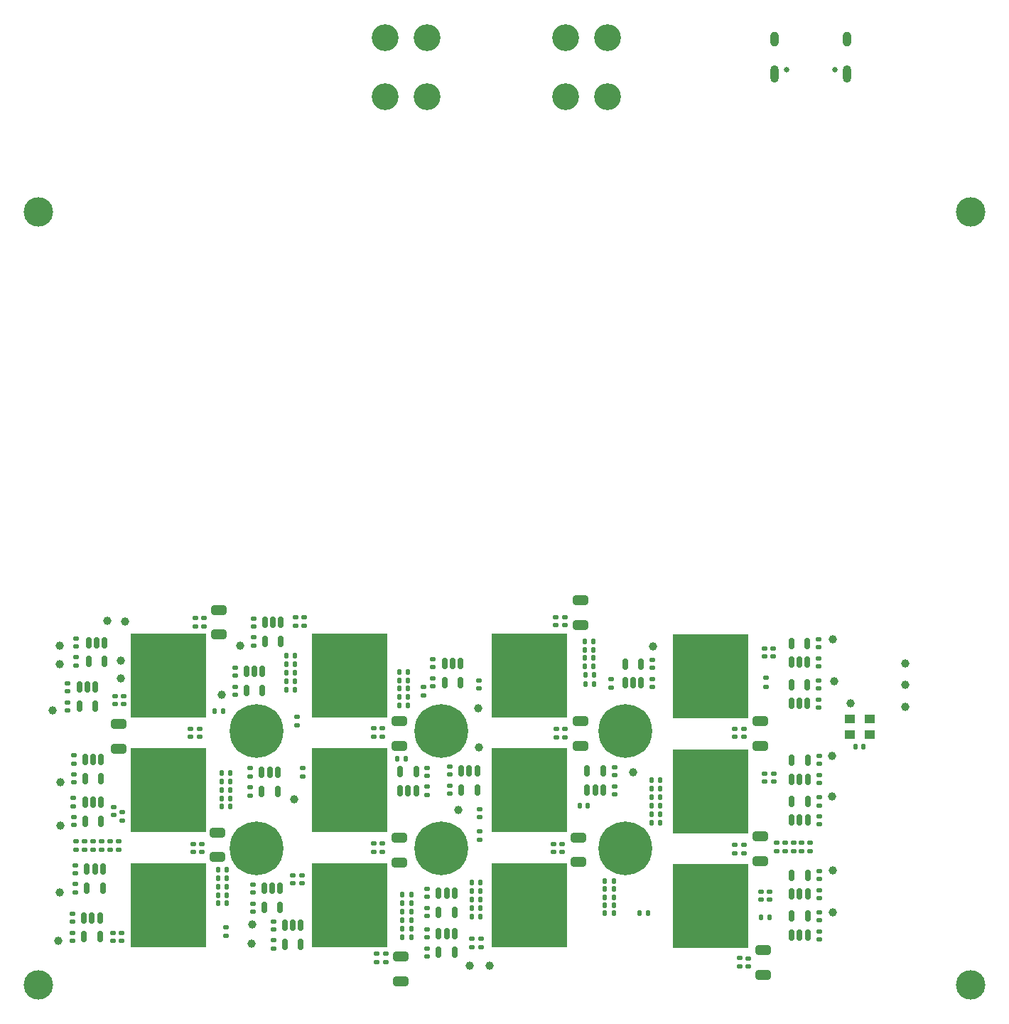
<source format=gbr>
%TF.GenerationSoftware,KiCad,Pcbnew,8.0.5*%
%TF.CreationDate,2024-12-31T14:43:49-08:00*%
%TF.ProjectId,emberone,656d6265-726f-46e6-952e-6b696361645f,rev?*%
%TF.SameCoordinates,Original*%
%TF.FileFunction,Soldermask,Bot*%
%TF.FilePolarity,Negative*%
%FSLAX46Y46*%
G04 Gerber Fmt 4.6, Leading zero omitted, Abs format (unit mm)*
G04 Created by KiCad (PCBNEW 8.0.5) date 2024-12-31 14:43:49*
%MOMM*%
%LPD*%
G01*
G04 APERTURE LIST*
G04 Aperture macros list*
%AMRoundRect*
0 Rectangle with rounded corners*
0 $1 Rounding radius*
0 $2 $3 $4 $5 $6 $7 $8 $9 X,Y pos of 4 corners*
0 Add a 4 corners polygon primitive as box body*
4,1,4,$2,$3,$4,$5,$6,$7,$8,$9,$2,$3,0*
0 Add four circle primitives for the rounded corners*
1,1,$1+$1,$2,$3*
1,1,$1+$1,$4,$5*
1,1,$1+$1,$6,$7*
1,1,$1+$1,$8,$9*
0 Add four rect primitives between the rounded corners*
20,1,$1+$1,$2,$3,$4,$5,0*
20,1,$1+$1,$4,$5,$6,$7,0*
20,1,$1+$1,$6,$7,$8,$9,0*
20,1,$1+$1,$8,$9,$2,$3,0*%
G04 Aperture macros list end*
%ADD10C,0.540000*%
%ADD11R,9.000000X10.000000*%
%ADD12C,6.400000*%
%ADD13C,3.200000*%
%ADD14C,3.500000*%
%ADD15C,0.650000*%
%ADD16O,1.000000X2.100000*%
%ADD17O,1.000000X1.800000*%
%ADD18C,1.000000*%
%ADD19RoundRect,0.140000X-0.170000X0.140000X-0.170000X-0.140000X0.170000X-0.140000X0.170000X0.140000X0*%
%ADD20RoundRect,0.135000X0.135000X0.185000X-0.135000X0.185000X-0.135000X-0.185000X0.135000X-0.185000X0*%
%ADD21RoundRect,0.150000X-0.150000X0.512500X-0.150000X-0.512500X0.150000X-0.512500X0.150000X0.512500X0*%
%ADD22RoundRect,0.140000X0.170000X-0.140000X0.170000X0.140000X-0.170000X0.140000X-0.170000X-0.140000X0*%
%ADD23RoundRect,0.135000X-0.135000X-0.185000X0.135000X-0.185000X0.135000X0.185000X-0.135000X0.185000X0*%
%ADD24RoundRect,0.150000X0.150000X-0.512500X0.150000X0.512500X-0.150000X0.512500X-0.150000X-0.512500X0*%
%ADD25RoundRect,0.135000X-0.185000X0.135000X-0.185000X-0.135000X0.185000X-0.135000X0.185000X0.135000X0*%
%ADD26RoundRect,0.135000X0.185000X-0.135000X0.185000X0.135000X-0.185000X0.135000X-0.185000X-0.135000X0*%
%ADD27RoundRect,0.250000X-0.650000X0.325000X-0.650000X-0.325000X0.650000X-0.325000X0.650000X0.325000X0*%
%ADD28RoundRect,0.250000X0.650000X-0.325000X0.650000X0.325000X-0.650000X0.325000X-0.650000X-0.325000X0*%
%ADD29RoundRect,0.140000X-0.140000X-0.170000X0.140000X-0.170000X0.140000X0.170000X-0.140000X0.170000X0*%
%ADD30R,1.300000X1.100000*%
%ADD31RoundRect,0.140000X0.140000X0.170000X-0.140000X0.170000X-0.140000X-0.170000X0.140000X-0.170000X0*%
G04 APERTURE END LIST*
D10*
%TO.C,U55*%
X162910000Y-174685000D03*
X162908000Y-172815000D03*
X162328000Y-174685000D03*
X162326000Y-172815000D03*
X161746000Y-174685000D03*
X161744000Y-172815000D03*
X161164000Y-174685000D03*
X161162000Y-172815000D03*
X161110000Y-175915000D03*
X161110000Y-175295000D03*
X161110000Y-174061668D03*
X161110000Y-173445002D03*
X161110000Y-172211670D03*
X161110000Y-171595000D03*
X160582000Y-174685000D03*
X160580000Y-172815000D03*
D11*
X160010000Y-174835000D03*
D10*
X160000000Y-174685000D03*
X159998000Y-172815000D03*
X159418000Y-174685000D03*
X159416000Y-172815000D03*
X158890000Y-175305000D03*
X158890000Y-174071668D03*
X158890000Y-173455002D03*
X158890000Y-172221670D03*
X158890000Y-171605000D03*
X158880000Y-175925000D03*
X158836000Y-174685000D03*
X158834000Y-172815000D03*
X158254000Y-174685000D03*
X158252000Y-172815000D03*
X157672000Y-174685000D03*
X157670000Y-172815000D03*
X157090000Y-174685000D03*
X157088000Y-172815000D03*
%TD*%
%TO.C,U65*%
X178580000Y-188675000D03*
X178582000Y-190545000D03*
X179162000Y-188675000D03*
X179164000Y-190545000D03*
X179744000Y-188675000D03*
X179746000Y-190545000D03*
X180326000Y-188675000D03*
X180328000Y-190545000D03*
X180380000Y-187445000D03*
X180380000Y-188065000D03*
X180380000Y-189298332D03*
X180380000Y-189914998D03*
X180380000Y-191148330D03*
X180380000Y-191765000D03*
X180908000Y-188675000D03*
X180910000Y-190545000D03*
D11*
X181480000Y-188525000D03*
D10*
X181490000Y-188675000D03*
X181492000Y-190545000D03*
X182072000Y-188675000D03*
X182074000Y-190545000D03*
X182600000Y-188055000D03*
X182600000Y-189288332D03*
X182600000Y-189904998D03*
X182600000Y-191138330D03*
X182600000Y-191755000D03*
X182610000Y-187435000D03*
X182654000Y-188675000D03*
X182656000Y-190545000D03*
X183236000Y-188675000D03*
X183238000Y-190545000D03*
X183818000Y-188675000D03*
X183820000Y-190545000D03*
X184400000Y-188675000D03*
X184402000Y-190545000D03*
%TD*%
%TO.C,U47*%
X135540000Y-188645000D03*
X135542000Y-190515000D03*
X136122000Y-188645000D03*
X136124000Y-190515000D03*
X136704000Y-188645000D03*
X136706000Y-190515000D03*
X137286000Y-188645000D03*
X137288000Y-190515000D03*
X137340000Y-187415000D03*
X137340000Y-188035000D03*
X137340000Y-189268332D03*
X137340000Y-189884998D03*
X137340000Y-191118330D03*
X137340000Y-191735000D03*
X137868000Y-188645000D03*
X137870000Y-190515000D03*
D11*
X138440000Y-188495000D03*
D10*
X138450000Y-188645000D03*
X138452000Y-190515000D03*
X139032000Y-188645000D03*
X139034000Y-190515000D03*
X139560000Y-188025000D03*
X139560000Y-189258332D03*
X139560000Y-189874998D03*
X139560000Y-191108330D03*
X139560000Y-191725000D03*
X139570000Y-187405000D03*
X139614000Y-188645000D03*
X139616000Y-190515000D03*
X140196000Y-188645000D03*
X140198000Y-190515000D03*
X140778000Y-188645000D03*
X140780000Y-190515000D03*
X141360000Y-188645000D03*
X141362000Y-190515000D03*
%TD*%
%TO.C,U74*%
X205970000Y-161095000D03*
X205968000Y-159225000D03*
X205388000Y-161095000D03*
X205386000Y-159225000D03*
X204806000Y-161095000D03*
X204804000Y-159225000D03*
X204224000Y-161095000D03*
X204222000Y-159225000D03*
X204170000Y-162325000D03*
X204170000Y-161705000D03*
X204170000Y-160471668D03*
X204170000Y-159855002D03*
X204170000Y-158621670D03*
X204170000Y-158005000D03*
X203642000Y-161095000D03*
X203640000Y-159225000D03*
D11*
X203070000Y-161245000D03*
D10*
X203060000Y-161095000D03*
X203058000Y-159225000D03*
X202478000Y-161095000D03*
X202476000Y-159225000D03*
X201950000Y-161715000D03*
X201950000Y-160481668D03*
X201950000Y-159865002D03*
X201950000Y-158631670D03*
X201950000Y-158015000D03*
X201940000Y-162335000D03*
X201896000Y-161095000D03*
X201894000Y-159225000D03*
X201314000Y-161095000D03*
X201312000Y-159225000D03*
X200732000Y-161095000D03*
X200730000Y-159225000D03*
X200150000Y-161095000D03*
X200148000Y-159225000D03*
%TD*%
%TO.C,U54*%
X162910000Y-188355000D03*
X162908000Y-186485000D03*
X162328000Y-188355000D03*
X162326000Y-186485000D03*
X161746000Y-188355000D03*
X161744000Y-186485000D03*
X161164000Y-188355000D03*
X161162000Y-186485000D03*
X161110000Y-189585000D03*
X161110000Y-188965000D03*
X161110000Y-187731668D03*
X161110000Y-187115002D03*
X161110000Y-185881670D03*
X161110000Y-185265000D03*
X160582000Y-188355000D03*
X160580000Y-186485000D03*
D11*
X160010000Y-188505000D03*
D10*
X160000000Y-188355000D03*
X159998000Y-186485000D03*
X159418000Y-188355000D03*
X159416000Y-186485000D03*
X158890000Y-188975000D03*
X158890000Y-187741668D03*
X158890000Y-187125002D03*
X158890000Y-185891670D03*
X158890000Y-185275000D03*
X158880000Y-189595000D03*
X158836000Y-188355000D03*
X158834000Y-186485000D03*
X158254000Y-188355000D03*
X158252000Y-186485000D03*
X157672000Y-188355000D03*
X157670000Y-186485000D03*
X157090000Y-188355000D03*
X157088000Y-186485000D03*
%TD*%
%TO.C,U46*%
X135540000Y-174965000D03*
X135542000Y-176835000D03*
X136122000Y-174965000D03*
X136124000Y-176835000D03*
X136704000Y-174965000D03*
X136706000Y-176835000D03*
X137286000Y-174965000D03*
X137288000Y-176835000D03*
X137340000Y-173735000D03*
X137340000Y-174355000D03*
X137340000Y-175588332D03*
X137340000Y-176204998D03*
X137340000Y-177438330D03*
X137340000Y-178055000D03*
X137868000Y-174965000D03*
X137870000Y-176835000D03*
D11*
X138440000Y-174815000D03*
D10*
X138450000Y-174965000D03*
X138452000Y-176835000D03*
X139032000Y-174965000D03*
X139034000Y-176835000D03*
X139560000Y-174345000D03*
X139560000Y-175578332D03*
X139560000Y-176194998D03*
X139560000Y-177428330D03*
X139560000Y-178045000D03*
X139570000Y-173725000D03*
X139614000Y-174965000D03*
X139616000Y-176835000D03*
X140196000Y-174965000D03*
X140198000Y-176835000D03*
X140778000Y-174965000D03*
X140780000Y-176835000D03*
X141360000Y-174965000D03*
X141362000Y-176835000D03*
%TD*%
%TO.C,U45*%
X135540000Y-161275000D03*
X135542000Y-163145000D03*
X136122000Y-161275000D03*
X136124000Y-163145000D03*
X136704000Y-161275000D03*
X136706000Y-163145000D03*
X137286000Y-161275000D03*
X137288000Y-163145000D03*
X137340000Y-160045000D03*
X137340000Y-160665000D03*
X137340000Y-161898332D03*
X137340000Y-162514998D03*
X137340000Y-163748330D03*
X137340000Y-164365000D03*
X137868000Y-161275000D03*
X137870000Y-163145000D03*
D11*
X138440000Y-161125000D03*
D10*
X138450000Y-161275000D03*
X138452000Y-163145000D03*
X139032000Y-161275000D03*
X139034000Y-163145000D03*
X139560000Y-160655000D03*
X139560000Y-161888332D03*
X139560000Y-162504998D03*
X139560000Y-163738330D03*
X139560000Y-164355000D03*
X139570000Y-160035000D03*
X139614000Y-161275000D03*
X139616000Y-163145000D03*
X140196000Y-161275000D03*
X140198000Y-163145000D03*
X140778000Y-161275000D03*
X140780000Y-163145000D03*
X141360000Y-161275000D03*
X141362000Y-163145000D03*
%TD*%
%TO.C,U72*%
X205970000Y-188465000D03*
X205968000Y-186595000D03*
X205388000Y-188465000D03*
X205386000Y-186595000D03*
X204806000Y-188465000D03*
X204804000Y-186595000D03*
X204224000Y-188465000D03*
X204222000Y-186595000D03*
X204170000Y-189695000D03*
X204170000Y-189075000D03*
X204170000Y-187841668D03*
X204170000Y-187225002D03*
X204170000Y-185991670D03*
X204170000Y-185375000D03*
X203642000Y-188465000D03*
X203640000Y-186595000D03*
D11*
X203070000Y-188615000D03*
D10*
X203060000Y-188465000D03*
X203058000Y-186595000D03*
X202478000Y-188465000D03*
X202476000Y-186595000D03*
X201950000Y-189085000D03*
X201950000Y-187851668D03*
X201950000Y-187235002D03*
X201950000Y-186001670D03*
X201950000Y-185385000D03*
X201940000Y-189705000D03*
X201896000Y-188465000D03*
X201894000Y-186595000D03*
X201314000Y-188465000D03*
X201312000Y-186595000D03*
X200732000Y-188465000D03*
X200730000Y-186595000D03*
X200150000Y-188465000D03*
X200148000Y-186595000D03*
%TD*%
%TO.C,U63*%
X178580000Y-161305000D03*
X178582000Y-163175000D03*
X179162000Y-161305000D03*
X179164000Y-163175000D03*
X179744000Y-161305000D03*
X179746000Y-163175000D03*
X180326000Y-161305000D03*
X180328000Y-163175000D03*
X180380000Y-160075000D03*
X180380000Y-160695000D03*
X180380000Y-161928332D03*
X180380000Y-162544998D03*
X180380000Y-163778330D03*
X180380000Y-164395000D03*
X180908000Y-161305000D03*
X180910000Y-163175000D03*
D11*
X181480000Y-161155000D03*
D10*
X181490000Y-161305000D03*
X181492000Y-163175000D03*
X182072000Y-161305000D03*
X182074000Y-163175000D03*
X182600000Y-160685000D03*
X182600000Y-161918332D03*
X182600000Y-162534998D03*
X182600000Y-163768330D03*
X182600000Y-164385000D03*
X182610000Y-160065000D03*
X182654000Y-161305000D03*
X182656000Y-163175000D03*
X183236000Y-161305000D03*
X183238000Y-163175000D03*
X183818000Y-161305000D03*
X183820000Y-163175000D03*
X184400000Y-161305000D03*
X184402000Y-163175000D03*
%TD*%
%TO.C,U64*%
X178580000Y-174985000D03*
X178582000Y-176855000D03*
X179162000Y-174985000D03*
X179164000Y-176855000D03*
X179744000Y-174985000D03*
X179746000Y-176855000D03*
X180326000Y-174985000D03*
X180328000Y-176855000D03*
X180380000Y-173755000D03*
X180380000Y-174375000D03*
X180380000Y-175608332D03*
X180380000Y-176224998D03*
X180380000Y-177458330D03*
X180380000Y-178075000D03*
X180908000Y-174985000D03*
X180910000Y-176855000D03*
D11*
X181480000Y-174835000D03*
D10*
X181490000Y-174985000D03*
X181492000Y-176855000D03*
X182072000Y-174985000D03*
X182074000Y-176855000D03*
X182600000Y-174365000D03*
X182600000Y-175598332D03*
X182600000Y-176214998D03*
X182600000Y-177448330D03*
X182600000Y-178065000D03*
X182610000Y-173745000D03*
X182654000Y-174985000D03*
X182656000Y-176855000D03*
X183236000Y-174985000D03*
X183238000Y-176855000D03*
X183818000Y-174985000D03*
X183820000Y-176855000D03*
X184400000Y-174985000D03*
X184402000Y-176855000D03*
%TD*%
%TO.C,U73*%
X205970000Y-174775000D03*
X205968000Y-172905000D03*
X205388000Y-174775000D03*
X205386000Y-172905000D03*
X204806000Y-174775000D03*
X204804000Y-172905000D03*
X204224000Y-174775000D03*
X204222000Y-172905000D03*
X204170000Y-176005000D03*
X204170000Y-175385000D03*
X204170000Y-174151668D03*
X204170000Y-173535002D03*
X204170000Y-172301670D03*
X204170000Y-171685000D03*
X203642000Y-174775000D03*
X203640000Y-172905000D03*
D11*
X203070000Y-174925000D03*
D10*
X203060000Y-174775000D03*
X203058000Y-172905000D03*
X202478000Y-174775000D03*
X202476000Y-172905000D03*
X201950000Y-175395000D03*
X201950000Y-174161668D03*
X201950000Y-173545002D03*
X201950000Y-172311670D03*
X201950000Y-171695000D03*
X201940000Y-176015000D03*
X201896000Y-174775000D03*
X201894000Y-172905000D03*
X201314000Y-174775000D03*
X201312000Y-172905000D03*
X200732000Y-174775000D03*
X200730000Y-172905000D03*
X200150000Y-174775000D03*
X200148000Y-172905000D03*
%TD*%
%TO.C,U56*%
X162930000Y-161005000D03*
X162928000Y-159135000D03*
X162348000Y-161005000D03*
X162346000Y-159135000D03*
X161766000Y-161005000D03*
X161764000Y-159135000D03*
X161184000Y-161005000D03*
X161182000Y-159135000D03*
X161130000Y-162235000D03*
X161130000Y-161615000D03*
X161130000Y-160381668D03*
X161130000Y-159765002D03*
X161130000Y-158531670D03*
X161130000Y-157915000D03*
X160602000Y-161005000D03*
X160600000Y-159135000D03*
D11*
X160030000Y-161155000D03*
D10*
X160020000Y-161005000D03*
X160018000Y-159135000D03*
X159438000Y-161005000D03*
X159436000Y-159135000D03*
X158910000Y-161625000D03*
X158910000Y-160391668D03*
X158910000Y-159775002D03*
X158910000Y-158541670D03*
X158910000Y-157925000D03*
X158900000Y-162245000D03*
X158856000Y-161005000D03*
X158854000Y-159135000D03*
X158274000Y-161005000D03*
X158272000Y-159135000D03*
X157692000Y-161005000D03*
X157690000Y-159135000D03*
X157110000Y-161005000D03*
X157108000Y-159135000D03*
%TD*%
D12*
%TO.C,H6*%
X192930000Y-181770000D03*
%TD*%
%TO.C,H8*%
X170930000Y-181770000D03*
%TD*%
D13*
%TO.C,J1*%
X164295549Y-85250000D03*
X164295549Y-92250000D03*
X169295549Y-85250000D03*
X169295549Y-92250000D03*
%TD*%
D12*
%TO.C,H5*%
X192930000Y-167770000D03*
%TD*%
D14*
%TO.C,H2*%
X234000000Y-106000000D03*
%TD*%
D15*
%TO.C,J6*%
X217870000Y-89035000D03*
X212090000Y-89035000D03*
D16*
X219300000Y-89535000D03*
D17*
X219300000Y-85355000D03*
D16*
X210660000Y-89535000D03*
D17*
X210660000Y-85355000D03*
%TD*%
D12*
%TO.C,H10*%
X148930000Y-181770000D03*
%TD*%
%TO.C,H7*%
X170930000Y-167770000D03*
%TD*%
D14*
%TO.C,H1*%
X123000000Y-198000000D03*
%TD*%
%TO.C,H4*%
X123000000Y-106000000D03*
%TD*%
D13*
%TO.C,J2*%
X185805549Y-85250000D03*
X185805549Y-92250000D03*
X190805549Y-85250000D03*
X190805549Y-92250000D03*
%TD*%
D12*
%TO.C,H9*%
X148930000Y-167770000D03*
%TD*%
D14*
%TO.C,H3*%
X234000000Y-198000000D03*
%TD*%
D18*
%TO.C,TP95*%
X133260000Y-154710000D03*
%TD*%
D19*
%TO.C,C118*%
X127440000Y-156730000D03*
X127440000Y-157690000D03*
%TD*%
D20*
%TO.C,R129*%
X197060000Y-174630000D03*
X196040000Y-174630000D03*
%TD*%
D21*
%TO.C,U28*%
X127870000Y-162530000D03*
X128820000Y-162530000D03*
X129770000Y-162530000D03*
X129770000Y-164805000D03*
X127870000Y-164805000D03*
%TD*%
D22*
%TO.C,C159*%
X132130000Y-164550000D03*
X132130000Y-163590000D03*
%TD*%
D19*
%TO.C,C215*%
X169272500Y-186550000D03*
X169272500Y-187510000D03*
%TD*%
D22*
%TO.C,C275*%
X205900000Y-168470000D03*
X205900000Y-167510000D03*
%TD*%
D18*
%TO.C,TP124*%
X175360000Y-165050000D03*
%TD*%
%TO.C,TP104*%
X175460000Y-169690000D03*
%TD*%
D23*
%TO.C,R97*%
X152520000Y-160828000D03*
X153540000Y-160828000D03*
%TD*%
D20*
%TO.C,R12*%
X191500000Y-185640000D03*
X190480000Y-185640000D03*
%TD*%
D23*
%TO.C,R115*%
X188100000Y-159086000D03*
X189120000Y-159086000D03*
%TD*%
D20*
%TO.C,R15*%
X191500000Y-188520000D03*
X190480000Y-188520000D03*
%TD*%
D24*
%TO.C,U52*%
X167970000Y-174885000D03*
X167020000Y-174885000D03*
X166070000Y-174885000D03*
X166070000Y-172610000D03*
X167970000Y-172610000D03*
%TD*%
D19*
%TO.C,C242*%
X185360000Y-181220000D03*
X185360000Y-182180000D03*
%TD*%
%TO.C,C236*%
X184330000Y-181220000D03*
X184330000Y-182180000D03*
%TD*%
D22*
%TO.C,C191*%
X146392500Y-163440000D03*
X146392500Y-162480000D03*
%TD*%
D23*
%TO.C,R119*%
X188100000Y-157070000D03*
X189120000Y-157070000D03*
%TD*%
D19*
%TO.C,C257*%
X215897500Y-156822500D03*
X215897500Y-157782500D03*
%TD*%
D24*
%TO.C,U68*%
X214580000Y-164500000D03*
X213630000Y-164500000D03*
X212680000Y-164500000D03*
X212680000Y-162225000D03*
X214580000Y-162225000D03*
%TD*%
D23*
%TO.C,R117*%
X188100000Y-158078000D03*
X189120000Y-158078000D03*
%TD*%
D19*
%TO.C,C240*%
X185674000Y-154234000D03*
X185674000Y-155194000D03*
%TD*%
D22*
%TO.C,C183*%
X148490000Y-189290000D03*
X148490000Y-188330000D03*
%TD*%
D23*
%TO.C,R89*%
X166350000Y-190266000D03*
X167370000Y-190266000D03*
%TD*%
D22*
%TO.C,C196*%
X154480000Y-173170000D03*
X154480000Y-172210000D03*
%TD*%
%TO.C,C218*%
X169292500Y-189810000D03*
X169292500Y-188850000D03*
%TD*%
D19*
%TO.C,C228*%
X191242500Y-161605000D03*
X191242500Y-162565000D03*
%TD*%
D18*
%TO.C,TP100*%
X148475000Y-190800000D03*
%TD*%
D24*
%TO.C,U70*%
X214620000Y-173490000D03*
X213670000Y-173490000D03*
X212720000Y-173490000D03*
X212720000Y-171215000D03*
X214620000Y-171215000D03*
%TD*%
D19*
%TO.C,C120*%
X127390000Y-183740000D03*
X127390000Y-184700000D03*
%TD*%
%TO.C,C258*%
X210120000Y-186870000D03*
X210120000Y-187830000D03*
%TD*%
D21*
%TO.C,U42*%
X128540000Y-171155000D03*
X129490000Y-171155000D03*
X130440000Y-171155000D03*
X130440000Y-173430000D03*
X128540000Y-173430000D03*
%TD*%
%TO.C,U48*%
X149847500Y-186510000D03*
X150797500Y-186510000D03*
X151747500Y-186510000D03*
X151747500Y-188785000D03*
X149847500Y-188785000D03*
%TD*%
D18*
%TO.C,TP146*%
X217525000Y-170700000D03*
%TD*%
D20*
%TO.C,R133*%
X197060000Y-178662000D03*
X196040000Y-178662000D03*
%TD*%
D23*
%TO.C,R17*%
X194590000Y-189475000D03*
X195610000Y-189475000D03*
%TD*%
%TO.C,R88*%
X166350000Y-191284000D03*
X167370000Y-191284000D03*
%TD*%
D19*
%TO.C,C112*%
X127147500Y-175770000D03*
X127147500Y-176730000D03*
%TD*%
D18*
%TO.C,TP55*%
X125580000Y-173890000D03*
%TD*%
D19*
%TO.C,C263*%
X209520000Y-157920000D03*
X209520000Y-158880000D03*
%TD*%
%TO.C,C176*%
X142440000Y-181200000D03*
X142440000Y-182160000D03*
%TD*%
D25*
%TO.C,R58*%
X128488000Y-180870000D03*
X128488000Y-181890000D03*
%TD*%
D22*
%TO.C,C192*%
X154410000Y-185900000D03*
X154410000Y-184940000D03*
%TD*%
D19*
%TO.C,C174*%
X141630000Y-154340000D03*
X141630000Y-155300000D03*
%TD*%
%TO.C,C181*%
X148190000Y-172215000D03*
X148190000Y-173175000D03*
%TD*%
D22*
%TO.C,C248*%
X215937500Y-164982500D03*
X215937500Y-164022500D03*
%TD*%
D19*
%TO.C,C261*%
X209070000Y-186870000D03*
X209070000Y-187830000D03*
%TD*%
D22*
%TO.C,C246*%
X216017500Y-192602500D03*
X216017500Y-191642500D03*
%TD*%
D20*
%TO.C,R120*%
X166960000Y-160720000D03*
X165940000Y-160720000D03*
%TD*%
%TO.C,R63*%
X145810000Y-172760000D03*
X144790000Y-172760000D03*
%TD*%
%TO.C,R83*%
X145810000Y-176784000D03*
X144790000Y-176784000D03*
%TD*%
D18*
%TO.C,TP51*%
X124650000Y-165275000D03*
%TD*%
D22*
%TO.C,C227*%
X174600000Y-193470000D03*
X174600000Y-192510000D03*
%TD*%
D24*
%TO.C,U67*%
X214620000Y-178390000D03*
X213670000Y-178390000D03*
X212720000Y-178390000D03*
X212720000Y-176115000D03*
X214620000Y-176115000D03*
%TD*%
D21*
%TO.C,U50*%
X149970000Y-154835000D03*
X150920000Y-154835000D03*
X151870000Y-154835000D03*
X151870000Y-157110000D03*
X149970000Y-157110000D03*
%TD*%
D22*
%TO.C,C201*%
X164338000Y-194310000D03*
X164338000Y-195270000D03*
%TD*%
%TO.C,C224*%
X169272500Y-194620000D03*
X169272500Y-193660000D03*
%TD*%
D18*
%TO.C,TP54*%
X125476000Y-159820000D03*
%TD*%
D26*
%TO.C,R122*%
X168820000Y-163530000D03*
X168820000Y-162510000D03*
%TD*%
D27*
%TO.C,C177*%
X144440000Y-153345000D03*
X144440000Y-156295000D03*
%TD*%
D26*
%TO.C,R125*%
X213922000Y-182110000D03*
X213922000Y-181090000D03*
%TD*%
D21*
%TO.C,U58*%
X173350000Y-172500000D03*
X174300000Y-172500000D03*
X175250000Y-172500000D03*
X175250000Y-174775000D03*
X173350000Y-174775000D03*
%TD*%
D18*
%TO.C,TP7*%
X226220000Y-162260000D03*
%TD*%
D28*
%TO.C,C212*%
X165980000Y-169535000D03*
X165980000Y-166585000D03*
%TD*%
D20*
%TO.C,R131*%
X197060000Y-176646000D03*
X196040000Y-176646000D03*
%TD*%
D18*
%TO.C,TP53*%
X125300000Y-192775000D03*
%TD*%
D25*
%TO.C,R104*%
X145350000Y-191115000D03*
X145350000Y-192135000D03*
%TD*%
D21*
%TO.C,U32*%
X128960000Y-157230000D03*
X129910000Y-157230000D03*
X130860000Y-157230000D03*
X130860000Y-159505000D03*
X128960000Y-159505000D03*
%TD*%
D19*
%TO.C,C113*%
X127030000Y-189520000D03*
X127030000Y-190480000D03*
%TD*%
D18*
%TO.C,TP123*%
X176750000Y-195670000D03*
%TD*%
D22*
%TO.C,C189*%
X150970000Y-193650000D03*
X150970000Y-192690000D03*
%TD*%
D19*
%TO.C,C234*%
X184589000Y-154234000D03*
X184589000Y-155194000D03*
%TD*%
D18*
%TO.C,TP143*%
X217570000Y-175530000D03*
%TD*%
D19*
%TO.C,C223*%
X191598749Y-173023749D03*
X191598749Y-172063749D03*
%TD*%
D22*
%TO.C,C185*%
X148632500Y-157595000D03*
X148632500Y-156635000D03*
%TD*%
D19*
%TO.C,C251*%
X215917500Y-161752500D03*
X215917500Y-162712500D03*
%TD*%
D24*
%TO.C,U57*%
X194752500Y-162050000D03*
X193802500Y-162050000D03*
X192852500Y-162050000D03*
X192852500Y-159775000D03*
X194752500Y-159775000D03*
%TD*%
D20*
%TO.C,R123*%
X210110000Y-189950000D03*
X209090000Y-189950000D03*
%TD*%
D28*
%TO.C,C278*%
X208950000Y-169515000D03*
X208950000Y-166565000D03*
%TD*%
D26*
%TO.C,R126*%
X212918000Y-182110000D03*
X212918000Y-181090000D03*
%TD*%
D23*
%TO.C,R108*%
X174630000Y-187828000D03*
X175650000Y-187828000D03*
%TD*%
D22*
%TO.C,C229*%
X175510000Y-178050000D03*
X175510000Y-177090000D03*
%TD*%
D23*
%TO.C,R121*%
X188110000Y-162142000D03*
X189130000Y-162142000D03*
%TD*%
D22*
%TO.C,C157*%
X127400000Y-186955000D03*
X127400000Y-185995000D03*
%TD*%
D18*
%TO.C,TP52*%
X125550000Y-179040000D03*
%TD*%
%TO.C,TP103*%
X148375000Y-193050000D03*
%TD*%
D20*
%TO.C,R85*%
X145010000Y-165375000D03*
X143990000Y-165375000D03*
%TD*%
%TO.C,R79*%
X145810000Y-175778000D03*
X144790000Y-175778000D03*
%TD*%
D19*
%TO.C,C219*%
X169980000Y-159230000D03*
X169980000Y-160190000D03*
%TD*%
D22*
%TO.C,C116*%
X127167500Y-178970000D03*
X127167500Y-178010000D03*
%TD*%
D19*
%TO.C,C188*%
X146402500Y-160200000D03*
X146402500Y-161160000D03*
%TD*%
%TO.C,C170*%
X141395000Y-181200000D03*
X141395000Y-182160000D03*
%TD*%
D23*
%TO.C,R90*%
X166350000Y-189248000D03*
X167370000Y-189248000D03*
%TD*%
D21*
%TO.C,U51*%
X152337500Y-190925000D03*
X153287500Y-190925000D03*
X154237500Y-190925000D03*
X154237500Y-193200000D03*
X152337500Y-193200000D03*
%TD*%
D26*
%TO.C,R127*%
X211914000Y-182110000D03*
X211914000Y-181090000D03*
%TD*%
%TO.C,R18*%
X209680000Y-162480000D03*
X209680000Y-161460000D03*
%TD*%
D22*
%TO.C,C184*%
X148190000Y-175435000D03*
X148190000Y-174475000D03*
%TD*%
%TO.C,C187*%
X169290000Y-175370000D03*
X169290000Y-174410000D03*
%TD*%
%TO.C,C208*%
X162880000Y-182130000D03*
X162880000Y-181170000D03*
%TD*%
D18*
%TO.C,TP9*%
X226240000Y-159690000D03*
%TD*%
D25*
%TO.C,R59*%
X129492000Y-180870000D03*
X129492000Y-181890000D03*
%TD*%
D26*
%TO.C,R128*%
X210910000Y-182110000D03*
X210910000Y-181090000D03*
%TD*%
D24*
%TO.C,U66*%
X214620000Y-192100000D03*
X213670000Y-192100000D03*
X212720000Y-192100000D03*
X212720000Y-189825000D03*
X214620000Y-189825000D03*
%TD*%
D21*
%TO.C,U62*%
X170650000Y-191865000D03*
X171600000Y-191865000D03*
X172550000Y-191865000D03*
X172550000Y-194140000D03*
X170650000Y-194140000D03*
%TD*%
D22*
%TO.C,C207*%
X163268000Y-194310000D03*
X163268000Y-195270000D03*
%TD*%
%TO.C,C220*%
X191618749Y-174343749D03*
X191618749Y-175303749D03*
%TD*%
D23*
%TO.C,R113*%
X188100000Y-160094000D03*
X189120000Y-160094000D03*
%TD*%
D22*
%TO.C,C164*%
X132900000Y-192755000D03*
X132900000Y-191795000D03*
%TD*%
%TO.C,C195*%
X153300000Y-185900000D03*
X153300000Y-184940000D03*
%TD*%
D18*
%TO.C,TP101*%
X153470000Y-175880000D03*
%TD*%
D21*
%TO.C,U59*%
X170650000Y-187060000D03*
X171600000Y-187060000D03*
X172550000Y-187060000D03*
X172550000Y-189335000D03*
X170650000Y-189335000D03*
%TD*%
D22*
%TO.C,C197*%
X154600000Y-155220000D03*
X154600000Y-154260000D03*
%TD*%
%TO.C,C194*%
X153610000Y-155220000D03*
X153610000Y-154260000D03*
%TD*%
D18*
%TO.C,TP97*%
X132760000Y-159420000D03*
%TD*%
D22*
%TO.C,C268*%
X207020000Y-182310000D03*
X207020000Y-181350000D03*
%TD*%
D20*
%TO.C,R75*%
X145810000Y-174772000D03*
X144790000Y-174772000D03*
%TD*%
%TO.C,R130*%
X197060000Y-175638000D03*
X196040000Y-175638000D03*
%TD*%
D21*
%TO.C,U30*%
X128390000Y-190005000D03*
X129340000Y-190005000D03*
X130290000Y-190005000D03*
X130290000Y-192280000D03*
X128390000Y-192280000D03*
%TD*%
%TO.C,U60*%
X171347500Y-159715000D03*
X172297500Y-159715000D03*
X173247500Y-159715000D03*
X173247500Y-161990000D03*
X171347500Y-161990000D03*
%TD*%
D23*
%TO.C,R99*%
X152520000Y-159814000D03*
X153540000Y-159814000D03*
%TD*%
D19*
%TO.C,C221*%
X169292500Y-191360000D03*
X169292500Y-192320000D03*
%TD*%
D20*
%TO.C,R114*%
X166960000Y-163740000D03*
X165940000Y-163740000D03*
%TD*%
D18*
%TO.C,TP121*%
X196200000Y-157690000D03*
%TD*%
D20*
%TO.C,R16*%
X191500000Y-189480000D03*
X190480000Y-189480000D03*
%TD*%
%TO.C,R112*%
X166960000Y-164750000D03*
X165940000Y-164750000D03*
%TD*%
D23*
%TO.C,R91*%
X166350000Y-188230000D03*
X167370000Y-188230000D03*
%TD*%
D20*
%TO.C,R65*%
X145810000Y-173766000D03*
X144790000Y-173766000D03*
%TD*%
%TO.C,R118*%
X166960000Y-161720000D03*
X165940000Y-161720000D03*
%TD*%
D25*
%TO.C,R103*%
X153760000Y-166100000D03*
X153760000Y-167120000D03*
%TD*%
D22*
%TO.C,C202*%
X163970000Y-182130000D03*
X163970000Y-181170000D03*
%TD*%
D18*
%TO.C,TP122*%
X173010000Y-177130000D03*
%TD*%
D22*
%TO.C,C213*%
X196120000Y-162530000D03*
X196120000Y-161570000D03*
%TD*%
D27*
%TO.C,C244*%
X187580000Y-166575000D03*
X187580000Y-169525000D03*
%TD*%
D19*
%TO.C,C186*%
X150980000Y-190430000D03*
X150980000Y-191390000D03*
%TD*%
%TO.C,C190*%
X169290000Y-172140000D03*
X169290000Y-173100000D03*
%TD*%
D25*
%TO.C,R60*%
X130496000Y-180870000D03*
X130496000Y-181890000D03*
%TD*%
D19*
%TO.C,C241*%
X184700000Y-167540000D03*
X184700000Y-168500000D03*
%TD*%
D22*
%TO.C,C225*%
X175410000Y-162680000D03*
X175410000Y-161720000D03*
%TD*%
%TO.C,C209*%
X162880000Y-168410000D03*
X162880000Y-167450000D03*
%TD*%
D18*
%TO.C,TP102*%
X147040000Y-157590000D03*
%TD*%
D21*
%TO.C,U43*%
X128750000Y-184215000D03*
X129700000Y-184215000D03*
X130650000Y-184215000D03*
X130650000Y-186490000D03*
X128750000Y-186490000D03*
%TD*%
D29*
%TO.C,C23*%
X220338410Y-169666590D03*
X221298410Y-169666590D03*
%TD*%
D18*
%TO.C,TP142*%
X217630000Y-189330000D03*
%TD*%
D19*
%TO.C,C249*%
X215997500Y-189372500D03*
X215997500Y-190332500D03*
%TD*%
D22*
%TO.C,C161*%
X131820000Y-192755000D03*
X131820000Y-191795000D03*
%TD*%
D19*
%TO.C,C255*%
X216017500Y-184452500D03*
X216017500Y-185412500D03*
%TD*%
D30*
%TO.C,U5*%
X221980000Y-168210000D03*
X219680000Y-168210000D03*
X219680000Y-166310000D03*
X221980000Y-166310000D03*
%TD*%
D23*
%TO.C,R92*%
X166350000Y-187212000D03*
X167370000Y-187212000D03*
%TD*%
D19*
%TO.C,C235*%
X185730000Y-167550000D03*
X185730000Y-168510000D03*
%TD*%
D22*
%TO.C,C269*%
X207005000Y-168470000D03*
X207005000Y-167510000D03*
%TD*%
D18*
%TO.C,TP98*%
X132740000Y-161490000D03*
%TD*%
D23*
%TO.C,R101*%
X152520000Y-158800000D03*
X153540000Y-158800000D03*
%TD*%
D20*
%TO.C,R98*%
X145390000Y-186294000D03*
X144370000Y-186294000D03*
%TD*%
D19*
%TO.C,C180*%
X148490000Y-186030000D03*
X148490000Y-186990000D03*
%TD*%
%TO.C,C250*%
X216000000Y-175682500D03*
X216000000Y-176642500D03*
%TD*%
D18*
%TO.C,TP147*%
X217625000Y-156850000D03*
%TD*%
D24*
%TO.C,U61*%
X190258749Y-172553749D03*
X188358749Y-172553749D03*
X188358749Y-174828749D03*
X189308749Y-174828749D03*
X190258749Y-174828749D03*
%TD*%
D28*
%TO.C,C276*%
X209312000Y-196778000D03*
X209312000Y-193828000D03*
%TD*%
D22*
%TO.C,C253*%
X215980000Y-173952500D03*
X215980000Y-172992500D03*
%TD*%
D25*
%TO.C,R57*%
X127484000Y-180870000D03*
X127484000Y-181890000D03*
%TD*%
D23*
%TO.C,R106*%
X174630000Y-189832000D03*
X175650000Y-189832000D03*
%TD*%
D20*
%TO.C,R96*%
X145390000Y-185292000D03*
X144370000Y-185292000D03*
%TD*%
D19*
%TO.C,C111*%
X126440000Y-162095000D03*
X126440000Y-163055000D03*
%TD*%
D22*
%TO.C,C163*%
X132930000Y-178400000D03*
X132930000Y-177440000D03*
%TD*%
D19*
%TO.C,C175*%
X142140000Y-168450000D03*
X142140000Y-167490000D03*
%TD*%
%TO.C,C119*%
X127210000Y-170670000D03*
X127210000Y-171630000D03*
%TD*%
D28*
%TO.C,C211*%
X165990000Y-183410000D03*
X165990000Y-180460000D03*
%TD*%
D19*
%TO.C,C168*%
X142690000Y-154340000D03*
X142690000Y-155300000D03*
%TD*%
%TO.C,C259*%
X209525000Y-172845000D03*
X209525000Y-173805000D03*
%TD*%
D22*
%TO.C,C117*%
X127040000Y-192770000D03*
X127040000Y-191810000D03*
%TD*%
D18*
%TO.C,TP99*%
X125510000Y-157570000D03*
%TD*%
%TO.C,TP126*%
X174370000Y-195720000D03*
%TD*%
D22*
%TO.C,C273*%
X206502000Y-195778000D03*
X206502000Y-194818000D03*
%TD*%
D26*
%TO.C,R124*%
X214926000Y-182110000D03*
X214926000Y-181090000D03*
%TD*%
D23*
%TO.C,R110*%
X174630000Y-185824000D03*
X175650000Y-185824000D03*
%TD*%
D22*
%TO.C,C115*%
X126430000Y-165305000D03*
X126430000Y-164345000D03*
%TD*%
D19*
%TO.C,C262*%
X210580000Y-172845000D03*
X210580000Y-173805000D03*
%TD*%
D25*
%TO.C,R62*%
X131500000Y-180870000D03*
X131500000Y-181890000D03*
%TD*%
D20*
%TO.C,R13*%
X191500000Y-186600000D03*
X190480000Y-186600000D03*
%TD*%
D28*
%TO.C,C210*%
X166128000Y-194651000D03*
X166128000Y-197601000D03*
%TD*%
D24*
%TO.C,U69*%
X214620000Y-187200000D03*
X213670000Y-187200000D03*
X212720000Y-187200000D03*
X212720000Y-184925000D03*
X214620000Y-184925000D03*
%TD*%
D18*
%TO.C,TP8*%
X219750000Y-164500000D03*
%TD*%
%TO.C,TP6*%
X226210000Y-164860000D03*
%TD*%
D20*
%TO.C,R14*%
X191500000Y-187560000D03*
X190480000Y-187560000D03*
%TD*%
D27*
%TO.C,C179*%
X144320000Y-179845000D03*
X144320000Y-182795000D03*
%TD*%
D18*
%TO.C,TP56*%
X125500000Y-186970000D03*
%TD*%
D28*
%TO.C,C277*%
X208950000Y-183285000D03*
X208950000Y-180335000D03*
%TD*%
D22*
%TO.C,C162*%
X133130000Y-164550000D03*
X133130000Y-163590000D03*
%TD*%
%TO.C,C267*%
X207572000Y-195783000D03*
X207572000Y-194823000D03*
%TD*%
D19*
%TO.C,C214*%
X171990000Y-172010000D03*
X171990000Y-172970000D03*
%TD*%
D22*
%TO.C,C254*%
X215917500Y-160082500D03*
X215917500Y-159122500D03*
%TD*%
%TO.C,C247*%
X216000000Y-178862500D03*
X216000000Y-177902500D03*
%TD*%
%TO.C,C122*%
X127440000Y-159950000D03*
X127440000Y-158990000D03*
%TD*%
D24*
%TO.C,U71*%
X214580000Y-159600000D03*
X213630000Y-159600000D03*
X212680000Y-159600000D03*
X212680000Y-157325000D03*
X214580000Y-157325000D03*
%TD*%
D27*
%TO.C,C243*%
X187524000Y-152187000D03*
X187524000Y-155137000D03*
%TD*%
D18*
%TO.C,TP105*%
X144840000Y-163470000D03*
%TD*%
D20*
%TO.C,R100*%
X145390000Y-187296000D03*
X144370000Y-187296000D03*
%TD*%
D22*
%TO.C,C160*%
X131900000Y-177750000D03*
X131900000Y-176790000D03*
%TD*%
D19*
%TO.C,C216*%
X196120000Y-159290000D03*
X196120000Y-160250000D03*
%TD*%
D20*
%TO.C,R132*%
X197060000Y-177654000D03*
X196040000Y-177654000D03*
%TD*%
D31*
%TO.C,C226*%
X188430000Y-176700000D03*
X187470000Y-176700000D03*
%TD*%
D22*
%TO.C,C217*%
X171990000Y-175250000D03*
X171990000Y-174290000D03*
%TD*%
D23*
%TO.C,R109*%
X174630000Y-186826000D03*
X175650000Y-186826000D03*
%TD*%
D21*
%TO.C,U53*%
X147740000Y-160695000D03*
X148690000Y-160695000D03*
X149640000Y-160695000D03*
X149640000Y-162970000D03*
X147740000Y-162970000D03*
%TD*%
D22*
%TO.C,C252*%
X215997500Y-187682500D03*
X215997500Y-186722500D03*
%TD*%
D21*
%TO.C,U49*%
X149570000Y-172695000D03*
X150520000Y-172695000D03*
X151470000Y-172695000D03*
X151470000Y-174970000D03*
X149570000Y-174970000D03*
%TD*%
D18*
%TO.C,TP144*%
X217750000Y-161825000D03*
%TD*%
D20*
%TO.C,R102*%
X145390000Y-188298000D03*
X144370000Y-188298000D03*
%TD*%
D22*
%TO.C,C156*%
X127207500Y-173895000D03*
X127207500Y-172935000D03*
%TD*%
D18*
%TO.C,TP145*%
X217600000Y-184325000D03*
%TD*%
D26*
%TO.C,R105*%
X175500000Y-180760000D03*
X175500000Y-179740000D03*
%TD*%
D22*
%TO.C,C230*%
X175670000Y-193480000D03*
X175670000Y-192520000D03*
%TD*%
D18*
%TO.C,TP125*%
X193850000Y-172700000D03*
%TD*%
D27*
%TO.C,C245*%
X187290000Y-180435000D03*
X187290000Y-183385000D03*
%TD*%
D22*
%TO.C,C203*%
X163935000Y-168410000D03*
X163935000Y-167450000D03*
%TD*%
D20*
%TO.C,R134*%
X197060000Y-173610000D03*
X196040000Y-173610000D03*
%TD*%
D27*
%TO.C,C178*%
X132525000Y-166925000D03*
X132525000Y-169875000D03*
%TD*%
D19*
%TO.C,C256*%
X215980000Y-170702500D03*
X215980000Y-171662500D03*
%TD*%
D25*
%TO.C,R56*%
X132550000Y-180890000D03*
X132550000Y-181910000D03*
%TD*%
D23*
%TO.C,R111*%
X188110000Y-161082000D03*
X189130000Y-161082000D03*
%TD*%
%TO.C,R87*%
X166350000Y-192330000D03*
X167370000Y-192330000D03*
%TD*%
D20*
%TO.C,R94*%
X145390000Y-184290000D03*
X144370000Y-184290000D03*
%TD*%
D19*
%TO.C,C169*%
X141095000Y-168450000D03*
X141095000Y-167490000D03*
%TD*%
D20*
%TO.C,R116*%
X166960000Y-162730000D03*
X165940000Y-162730000D03*
%TD*%
D23*
%TO.C,R93*%
X152520000Y-162856000D03*
X153540000Y-162856000D03*
%TD*%
D19*
%TO.C,C260*%
X210520000Y-157920000D03*
X210520000Y-158880000D03*
%TD*%
D31*
%TO.C,C193*%
X166690000Y-171040000D03*
X165730000Y-171040000D03*
%TD*%
D23*
%TO.C,R95*%
X152520000Y-161842000D03*
X153540000Y-161842000D03*
%TD*%
D22*
%TO.C,C222*%
X169990000Y-162470000D03*
X169990000Y-161510000D03*
%TD*%
D21*
%TO.C,U29*%
X128520000Y-176245000D03*
X129470000Y-176245000D03*
X130420000Y-176245000D03*
X130420000Y-178520000D03*
X128520000Y-178520000D03*
%TD*%
D18*
%TO.C,TP96*%
X131190000Y-154650000D03*
%TD*%
D19*
%TO.C,C182*%
X148622500Y-154355000D03*
X148622500Y-155315000D03*
%TD*%
D22*
%TO.C,C274*%
X205920000Y-182310000D03*
X205920000Y-181350000D03*
%TD*%
D23*
%TO.C,R107*%
X174630000Y-188830000D03*
X175650000Y-188830000D03*
%TD*%
M02*

</source>
